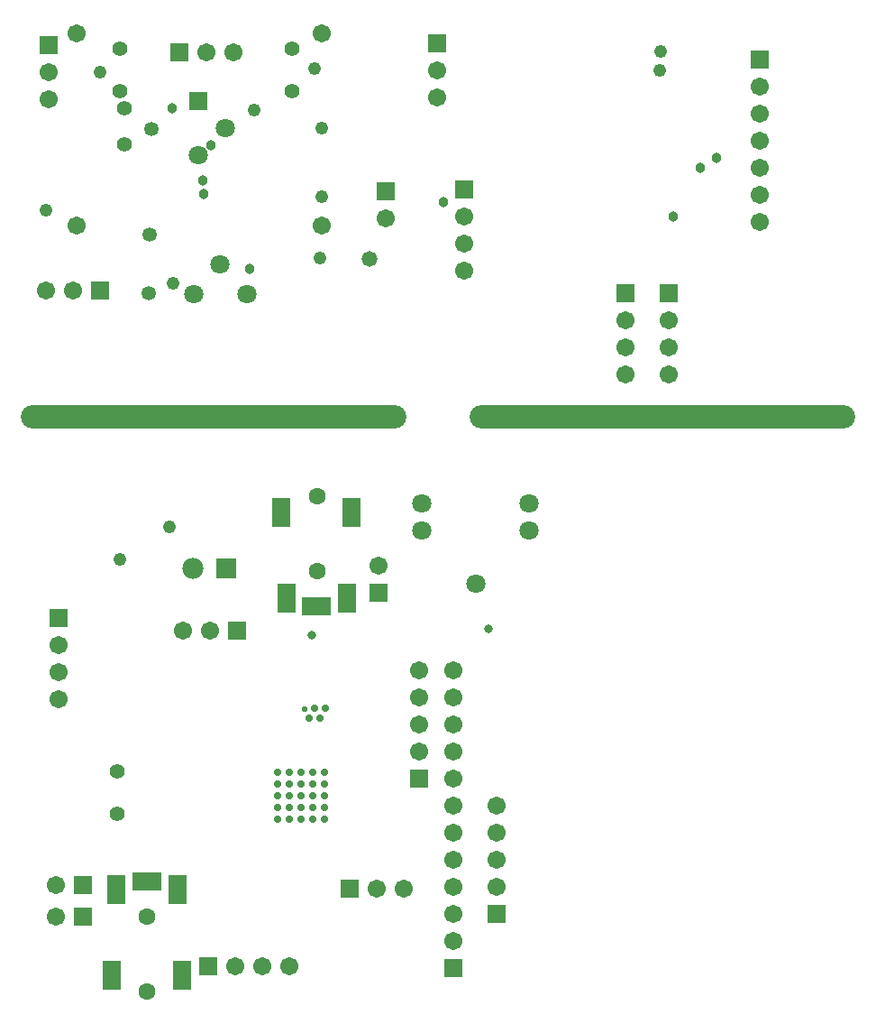
<source format=gbs>
G04 Layer_Color=16711935*
%FSLAX25Y25*%
%MOIN*%
G70*
G01*
G75*
%ADD89O,1.42532X0.08674*%
%ADD90C,0.06706*%
%ADD91R,0.06706X0.06706*%
%ADD92R,0.06706X0.06706*%
%ADD93C,0.05524*%
%ADD94C,0.07099*%
%ADD95R,0.07099X0.07099*%
%ADD96C,0.04800*%
%ADD97R,0.06706X0.10642*%
%ADD98R,0.10642X0.06706*%
%ADD99C,0.07800*%
%ADD100R,0.07800X0.07800*%
%ADD101C,0.03800*%
%ADD102C,0.05300*%
%ADD103C,0.06312*%
%ADD104C,0.02768*%
%ADD105C,0.05800*%
%ADD106C,0.03300*%
%ADD107C,0.02300*%
%ADD108C,0.02800*%
D89*
X74803Y223228D02*
D03*
X240945D02*
D03*
D90*
X276772Y295193D02*
D03*
Y305193D02*
D03*
Y315193D02*
D03*
Y325193D02*
D03*
Y345193D02*
D03*
Y335193D02*
D03*
X82213Y357862D02*
D03*
X72213D02*
D03*
X13713Y340362D02*
D03*
Y350362D02*
D03*
X12713Y269862D02*
D03*
X22713D02*
D03*
X243079Y258795D02*
D03*
Y248795D02*
D03*
Y238795D02*
D03*
X227079Y258795D02*
D03*
Y248795D02*
D03*
Y238795D02*
D03*
X163386Y129449D02*
D03*
Y119449D02*
D03*
Y109449D02*
D03*
Y99449D02*
D03*
Y89449D02*
D03*
Y79449D02*
D03*
Y69449D02*
D03*
Y59449D02*
D03*
Y49449D02*
D03*
Y39449D02*
D03*
Y29449D02*
D03*
X16437Y50197D02*
D03*
Y38484D02*
D03*
X179410Y79449D02*
D03*
Y69449D02*
D03*
Y59449D02*
D03*
Y49449D02*
D03*
X102776Y20177D02*
D03*
X92776D02*
D03*
X82776D02*
D03*
X135827Y168012D02*
D03*
X135138Y48917D02*
D03*
X145138D02*
D03*
X150787Y129311D02*
D03*
Y119311D02*
D03*
Y109311D02*
D03*
Y99311D02*
D03*
X17618Y118740D02*
D03*
Y128740D02*
D03*
Y138740D02*
D03*
X73465Y144095D02*
D03*
X63465D02*
D03*
X157370Y341248D02*
D03*
Y351248D02*
D03*
X167398Y297000D02*
D03*
Y287000D02*
D03*
Y277000D02*
D03*
X138398Y296500D02*
D03*
X24193Y293862D02*
D03*
X114713D02*
D03*
X24193Y364728D02*
D03*
X114713D02*
D03*
D91*
X276772Y355193D02*
D03*
X13713Y360362D02*
D03*
X243079Y268795D02*
D03*
X227079D02*
D03*
X163386Y19449D02*
D03*
X179410Y39449D02*
D03*
X135827Y158012D02*
D03*
X150787Y89311D02*
D03*
X17618Y148740D02*
D03*
X157370Y361248D02*
D03*
X167398Y307000D02*
D03*
X138398Y306500D02*
D03*
D92*
X62213Y357862D02*
D03*
X32713Y269862D02*
D03*
X26437Y50197D02*
D03*
Y38484D02*
D03*
X72776Y20177D02*
D03*
X125138Y48917D02*
D03*
X83465Y144095D02*
D03*
D93*
X103713Y343488D02*
D03*
Y359236D02*
D03*
X40213D02*
D03*
Y343488D02*
D03*
X41713Y323862D02*
D03*
Y337248D02*
D03*
X39272Y92028D02*
D03*
Y76279D02*
D03*
D94*
X87055Y268535D02*
D03*
X67370D02*
D03*
X77213Y279362D02*
D03*
X69213Y319862D02*
D03*
X79213Y329862D02*
D03*
X151969Y181102D02*
D03*
X191339D02*
D03*
Y190945D02*
D03*
X151969D02*
D03*
X171654Y161417D02*
D03*
D95*
X69213Y339862D02*
D03*
D96*
X114213Y281862D02*
D03*
X114713Y304362D02*
D03*
Y329862D02*
D03*
X112213Y351862D02*
D03*
X32713Y350362D02*
D03*
X89713Y336362D02*
D03*
X12713Y299362D02*
D03*
X59713Y272362D02*
D03*
X239772Y351193D02*
D03*
X240272Y358193D02*
D03*
X40256Y170571D02*
D03*
X58563Y182480D02*
D03*
D97*
X37106Y16831D02*
D03*
X63091D02*
D03*
X38878Y48327D02*
D03*
X61319D02*
D03*
X101673Y156201D02*
D03*
X124114D02*
D03*
X99902Y187697D02*
D03*
X125886D02*
D03*
D98*
X50098Y51476D02*
D03*
X112894Y153051D02*
D03*
D99*
X67126Y167224D02*
D03*
D100*
X79528D02*
D03*
D101*
X260772Y318693D02*
D03*
X244772Y297193D02*
D03*
X254772Y315193D02*
D03*
X88213Y277862D02*
D03*
X71213Y305362D02*
D03*
X73713Y323362D02*
D03*
X70713Y310362D02*
D03*
X59327Y337248D02*
D03*
X159898Y302500D02*
D03*
D102*
X51713Y329362D02*
D03*
X50713Y268862D02*
D03*
X51213Y290362D02*
D03*
D103*
X50000Y10925D02*
D03*
Y38484D02*
D03*
X112992Y166043D02*
D03*
Y193602D02*
D03*
D104*
X98524Y74508D02*
D03*
Y78838D02*
D03*
Y83169D02*
D03*
Y87500D02*
D03*
Y91831D02*
D03*
X102854Y74508D02*
D03*
Y78838D02*
D03*
Y83169D02*
D03*
Y87500D02*
D03*
Y91831D02*
D03*
X107185Y74508D02*
D03*
Y78838D02*
D03*
Y83169D02*
D03*
Y87500D02*
D03*
Y91831D02*
D03*
X111516Y74508D02*
D03*
Y78838D02*
D03*
Y83169D02*
D03*
Y87500D02*
D03*
Y91831D02*
D03*
X115847Y74508D02*
D03*
Y78838D02*
D03*
Y83169D02*
D03*
Y87500D02*
D03*
Y91831D02*
D03*
D105*
X132398Y281500D02*
D03*
D106*
X176378Y144783D02*
D03*
X111024Y142520D02*
D03*
D107*
X108465Y115059D02*
D03*
D108*
X112008Y115354D02*
D03*
X116142Y115551D02*
D03*
X114075Y111811D02*
D03*
X110138Y111909D02*
D03*
M02*

</source>
